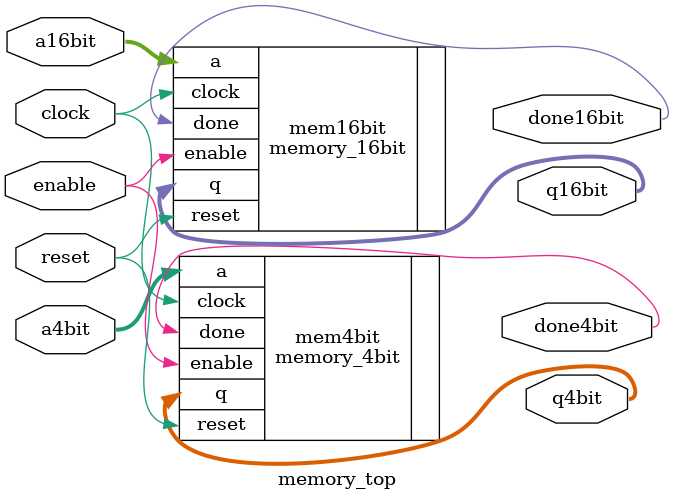
<source format=v>
module memory_top (
    input [3:0] a4bit,
    input [15:0] a16bit,
    input reset, clock, enable,
    output [3:0] q4bit,
    output [15:0] q16bit,
    output done4bit,
    output done16bit
);

    memory_4bit mem4bit (
        .a(a4bit),
        .reset(reset),
        .clock(clock),
        .q(q4bit),
        .done(done4bit),
        .enable(enable)
    );

    memory_16bit mem16bit (
        .a(a16bit),
        .reset(reset),
        .clock(clock),
        .q(q16bit),
        .done(done16bit),
        .enable(enable)
    );

endmodule

</source>
